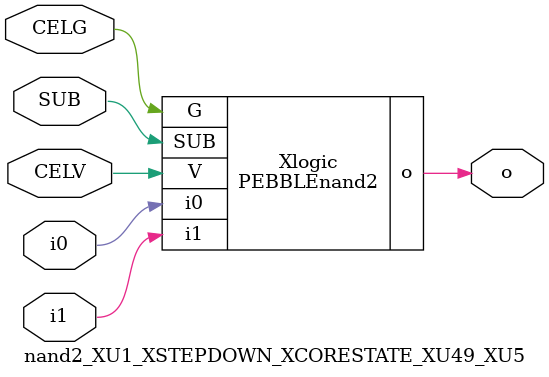
<source format=v>



module PEBBLEnand2 ( o, G, SUB, V, i0, i1 );

  input i0;
  input V;
  input i1;
  input G;
  output o;
  input SUB;
endmodule

//Celera Confidential Do Not Copy nand2_XU1_XSTEPDOWN_XCORESTATE_XU49_XU5
//Celera Confidential Symbol Generator
//5V NAND2
module nand2_XU1_XSTEPDOWN_XCORESTATE_XU49_XU5 (CELV,CELG,i0,i1,o,SUB);
input CELV;
input CELG;
input i0;
input i1;
input SUB;
output o;

//Celera Confidential Do Not Copy nand2
PEBBLEnand2 Xlogic(
.V (CELV),
.i0 (i0),
.i1 (i1),
.o (o),
.SUB (SUB),
.G (CELG)
);
//,diesize,PEBBLEnand2

//Celera Confidential Do Not Copy Module End
//Celera Schematic Generator
endmodule

</source>
